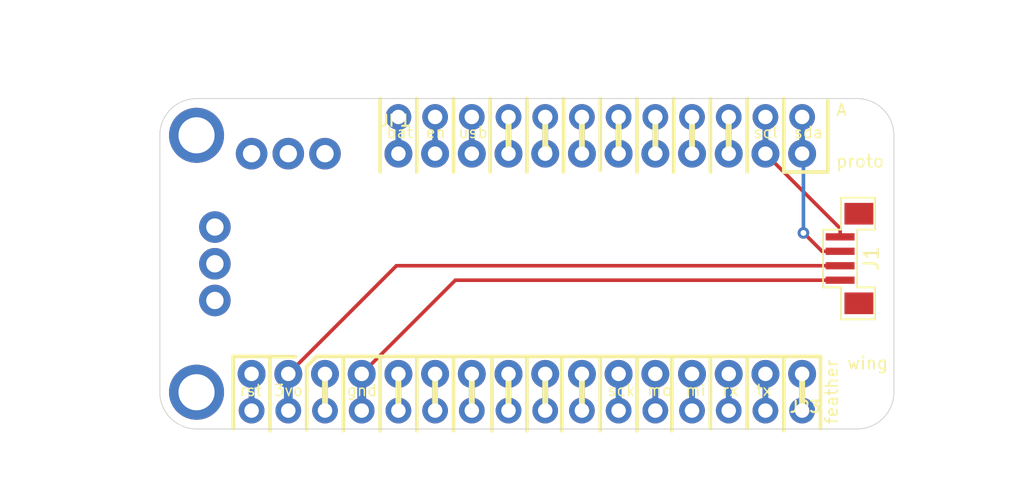
<source format=kicad_pcb>
(kicad_pcb (version 20171130) (host pcbnew "(5.1.7)-1")

  (general
    (thickness 1.6)
    (drawings 123)
    (tracks 46)
    (zones 0)
    (modules 4)
    (nets 34)
  )

  (page A4)
  (layers
    (0 Top signal)
    (31 Bottom signal)
    (32 B.Adhes user)
    (33 F.Adhes user)
    (34 B.Paste user)
    (35 F.Paste user)
    (36 B.SilkS user)
    (37 F.SilkS user)
    (38 B.Mask user)
    (39 F.Mask user)
    (40 Dwgs.User user)
    (41 Cmts.User user)
    (42 Eco1.User user)
    (43 Eco2.User user)
    (44 Edge.Cuts user)
    (45 Margin user)
    (46 B.CrtYd user)
    (47 F.CrtYd user)
    (48 B.Fab user)
    (49 F.Fab user)
  )

  (setup
    (last_trace_width 0.25)
    (trace_clearance 0.2)
    (zone_clearance 0.508)
    (zone_45_only no)
    (trace_min 0.2)
    (via_size 0.8)
    (via_drill 0.4)
    (via_min_size 0.4)
    (via_min_drill 0.3)
    (uvia_size 0.3)
    (uvia_drill 0.1)
    (uvias_allowed no)
    (uvia_min_size 0.2)
    (uvia_min_drill 0.1)
    (edge_width 0.05)
    (segment_width 0.2)
    (pcb_text_width 0.3)
    (pcb_text_size 1.5 1.5)
    (mod_edge_width 0.12)
    (mod_text_size 1 1)
    (mod_text_width 0.15)
    (pad_size 1.9304 1.9304)
    (pad_drill 1)
    (pad_to_mask_clearance 0)
    (aux_axis_origin 0 0)
    (visible_elements 7FFFFFFF)
    (pcbplotparams
      (layerselection 0x010fc_ffffffff)
      (usegerberextensions false)
      (usegerberattributes true)
      (usegerberadvancedattributes true)
      (creategerberjobfile true)
      (excludeedgelayer true)
      (linewidth 0.100000)
      (plotframeref false)
      (viasonmask false)
      (mode 1)
      (useauxorigin false)
      (hpglpennumber 1)
      (hpglpenspeed 20)
      (hpglpendiameter 15.000000)
      (psnegative false)
      (psa4output false)
      (plotreference true)
      (plotvalue true)
      (plotinvisibletext false)
      (padsonsilk false)
      (subtractmaskfromsilk false)
      (outputformat 1)
      (mirror false)
      (drillshape 1)
      (scaleselection 1)
      (outputdirectory ""))
  )

  (net 0 "")
  (net 1 N$31)
  (net 2 N$32)
  (net 3 N$38)
  (net 4 N$41)
  (net 5 N$44)
  (net 6 "Net-(JP3-Pad16)")
  (net 7 "Net-(JP3-Pad14)")
  (net 8 "Net-(JP3-Pad1)")
  (net 9 "Net-(JP3-Pad2)")
  (net 10 "Net-(JP3-Pad3)")
  (net 11 "Net-(JP3-Pad4)")
  (net 12 "Net-(JP3-Pad5)")
  (net 13 "Net-(JP3-Pad6)")
  (net 14 "Net-(JP3-Pad7)")
  (net 15 "Net-(JP3-Pad8)")
  (net 16 "Net-(JP3-Pad9)")
  (net 17 "Net-(JP3-Pad10)")
  (net 18 "Net-(JP3-Pad11)")
  (net 19 "Net-(JP3-Pad12)")
  (net 20 "Net-(JP1-Pad10)")
  (net 21 "Net-(JP1-Pad9)")
  (net 22 "Net-(JP1-Pad8)")
  (net 23 "Net-(JP1-Pad7)")
  (net 24 "Net-(JP1-Pad6)")
  (net 25 "Net-(JP1-Pad5)")
  (net 26 "Net-(JP1-Pad4)")
  (net 27 "Net-(JP1-Pad3)")
  (net 28 "Net-(JP1-Pad2)")
  (net 29 "Net-(JP1-Pad1)")
  (net 30 "Net-(J1-Pad4)")
  (net 31 "Net-(J1-Pad3)")
  (net 32 "Net-(J1-Pad2)")
  (net 33 "Net-(J1-Pad1)")

  (net_class Default "This is the default net class."
    (clearance 0.2)
    (trace_width 0.25)
    (via_dia 0.8)
    (via_drill 0.4)
    (uvia_dia 0.3)
    (uvia_drill 0.1)
    (add_net N$31)
    (add_net N$32)
    (add_net N$38)
    (add_net N$41)
    (add_net N$44)
    (add_net "Net-(J1-Pad1)")
    (add_net "Net-(J1-Pad2)")
    (add_net "Net-(J1-Pad3)")
    (add_net "Net-(J1-Pad4)")
    (add_net "Net-(JP1-Pad1)")
    (add_net "Net-(JP1-Pad10)")
    (add_net "Net-(JP1-Pad2)")
    (add_net "Net-(JP1-Pad3)")
    (add_net "Net-(JP1-Pad4)")
    (add_net "Net-(JP1-Pad5)")
    (add_net "Net-(JP1-Pad6)")
    (add_net "Net-(JP1-Pad7)")
    (add_net "Net-(JP1-Pad8)")
    (add_net "Net-(JP1-Pad9)")
    (add_net "Net-(JP3-Pad1)")
    (add_net "Net-(JP3-Pad10)")
    (add_net "Net-(JP3-Pad11)")
    (add_net "Net-(JP3-Pad12)")
    (add_net "Net-(JP3-Pad14)")
    (add_net "Net-(JP3-Pad16)")
    (add_net "Net-(JP3-Pad2)")
    (add_net "Net-(JP3-Pad3)")
    (add_net "Net-(JP3-Pad4)")
    (add_net "Net-(JP3-Pad5)")
    (add_net "Net-(JP3-Pad6)")
    (add_net "Net-(JP3-Pad7)")
    (add_net "Net-(JP3-Pad8)")
    (add_net "Net-(JP3-Pad9)")
  )

  (module physbryk_pcb:jst-sh4 (layer Top) (tedit 0) (tstamp 5F9AA0C8)
    (at 170.18 104.64 90)
    (path /5F9ACB91)
    (attr smd)
    (fp_text reference J1 (at 0 2.15 90) (layer F.SilkS)
      (effects (font (size 1 1) (thickness 0.15)))
    )
    (fp_text value JST_01x04 (at 0 3.3 90) (layer F.Fab)
      (effects (font (size 1 1) (thickness 0.15)))
    )
    (fp_line (start -2 -1.18) (end 2 -1.18) (layer F.SilkS) (width 0.12))
    (fp_line (start -2 1.18) (end 2 1.18) (layer F.SilkS) (width 0.12))
    (fp_line (start -2 1.18) (end -2 2.42) (layer F.SilkS) (width 0.12))
    (fp_line (start 2 1.18) (end 2 2.42) (layer F.SilkS) (width 0.12))
    (fp_line (start -2 2.42) (end -4.21 2.42) (layer F.SilkS) (width 0.12))
    (fp_line (start 2 2.42) (end 4.21 2.42) (layer F.SilkS) (width 0.12))
    (fp_line (start -4.21 2.42) (end -4.21 0.06) (layer F.SilkS) (width 0.12))
    (fp_line (start 4.21 2.42) (end 4.21 0.06) (layer F.SilkS) (width 0.12))
    (fp_line (start -4.21 0.06) (end -2 0.06) (layer F.SilkS) (width 0.12))
    (fp_line (start 4.21 0.06) (end 2 0.06) (layer F.SilkS) (width 0.12))
    (fp_line (start -2 0.06) (end -2 -1.18) (layer F.SilkS) (width 0.12))
    (fp_line (start 2 0.06) (end 2 -1.18) (layer F.SilkS) (width 0.12))
    (fp_line (start -4.45 -1.4) (end 4.45 -1.4) (layer F.CrtYd) (width 0.05))
    (fp_line (start 4.45 -1.4) (end 4.45 2.65) (layer F.CrtYd) (width 0.05))
    (fp_line (start -4.45 2.65) (end 4.45 2.65) (layer F.CrtYd) (width 0.05))
    (fp_line (start -4.45 -1.4) (end -4.45 2.65) (layer F.CrtYd) (width 0.05))
    (pad 0 smd rect (at 3.1 1.3 90) (size 1.5 2) (layers Top F.Paste F.Mask))
    (pad 0 smd rect (at -3.1 1.3 90) (size 1.5 2) (layers Top F.Paste F.Mask))
    (pad 4 smd rect (at 1.5 0 90) (size 0.5 2) (layers Top F.Paste F.Mask)
      (net 30 "Net-(J1-Pad4)"))
    (pad 3 smd rect (at 0.5 0 90) (size 0.5 2) (layers Top F.Paste F.Mask)
      (net 31 "Net-(J1-Pad3)"))
    (pad 2 smd rect (at -0.5 0 90) (size 0.5 2) (layers Top F.Paste F.Mask)
      (net 32 "Net-(J1-Pad2)"))
    (pad 1 smd rect (at -1.5 0 90) (size 0.5 2) (layers Top F.Paste F.Mask)
      (net 33 "Net-(J1-Pad1)"))
  )

  (module "Proto FeatherWing:FEATHERWING" (layer Top) (tedit 0) (tstamp 5F9A8766)
    (at 123.1011 116.4336)
    (path /7ABB1F02)
    (fp_text reference MS1 (at 0 0) (layer F.SilkS) hide
      (effects (font (size 1.27 1.27) (thickness 0.15)))
    )
    (fp_text value FEATHERWING (at 0 0) (layer F.SilkS) hide
      (effects (font (size 1.27 1.27) (thickness 0.15)))
    )
    (fp_line (start 2.54 0) (end 48.26 0) (layer Edge.Cuts) (width 0.05))
    (fp_line (start 50.8 -2.54) (end 50.8 -20.32) (layer Edge.Cuts) (width 0.05))
    (fp_line (start 48.26 -22.86) (end 2.54 -22.86) (layer Edge.Cuts) (width 0.05))
    (fp_line (start 0 -20.32) (end 0 -2.54) (layer Edge.Cuts) (width 0.05))
    (fp_arc (start 2.54 -2.54) (end 0 -2.54) (angle -90) (layer Edge.Cuts) (width 0.05))
    (fp_arc (start 2.54 -20.32) (end 2.54 -22.86) (angle -90) (layer Edge.Cuts) (width 0.05))
    (fp_arc (start 48.26 -20.32) (end 50.8 -20.32) (angle -90) (layer Edge.Cuts) (width 0.05))
    (fp_arc (start 48.26 -2.54) (end 48.26 0) (angle -90) (layer Edge.Cuts) (width 0.05))
    (pad 1 thru_hole circle (at 6.35 -1.27) (size 1.778 1.778) (drill 1) (layers *.Cu *.Mask)
      (net 6 "Net-(JP3-Pad16)") (solder_mask_margin 0.0508))
    (pad 2 thru_hole circle (at 8.89 -1.27) (size 1.778 1.778) (drill 1) (layers *.Cu *.Mask)
      (net 32 "Net-(J1-Pad2)") (solder_mask_margin 0.0508))
    (pad 3 thru_hole circle (at 11.43 -1.27) (size 1.778 1.778) (drill 1) (layers *.Cu *.Mask)
      (net 7 "Net-(JP3-Pad14)") (solder_mask_margin 0.0508))
    (pad 4 thru_hole circle (at 13.97 -1.27) (size 1.778 1.778) (drill 1) (layers *.Cu *.Mask)
      (net 33 "Net-(J1-Pad1)") (solder_mask_margin 0.0508))
    (pad 16 thru_hole circle (at 44.45 -1.27) (size 1.778 1.778) (drill 1) (layers *.Cu *.Mask)
      (net 8 "Net-(JP3-Pad1)") (solder_mask_margin 0.0508))
    (pad 15 thru_hole circle (at 41.91 -1.27) (size 1.778 1.778) (drill 1) (layers *.Cu *.Mask)
      (net 9 "Net-(JP3-Pad2)") (solder_mask_margin 0.0508))
    (pad 14 thru_hole circle (at 39.37 -1.27) (size 1.778 1.778) (drill 1) (layers *.Cu *.Mask)
      (net 10 "Net-(JP3-Pad3)") (solder_mask_margin 0.0508))
    (pad 13 thru_hole circle (at 36.83 -1.27) (size 1.778 1.778) (drill 1) (layers *.Cu *.Mask)
      (net 11 "Net-(JP3-Pad4)") (solder_mask_margin 0.0508))
    (pad 12 thru_hole circle (at 34.29 -1.27) (size 1.778 1.778) (drill 1) (layers *.Cu *.Mask)
      (net 12 "Net-(JP3-Pad5)") (solder_mask_margin 0.0508))
    (pad 11 thru_hole circle (at 31.75 -1.27) (size 1.778 1.778) (drill 1) (layers *.Cu *.Mask)
      (net 13 "Net-(JP3-Pad6)") (solder_mask_margin 0.0508))
    (pad 10 thru_hole circle (at 29.21 -1.27) (size 1.778 1.778) (drill 1) (layers *.Cu *.Mask)
      (net 14 "Net-(JP3-Pad7)") (solder_mask_margin 0.0508))
    (pad 9 thru_hole circle (at 26.67 -1.27) (size 1.778 1.778) (drill 1) (layers *.Cu *.Mask)
      (net 15 "Net-(JP3-Pad8)") (solder_mask_margin 0.0508))
    (pad 8 thru_hole circle (at 24.13 -1.27) (size 1.778 1.778) (drill 1) (layers *.Cu *.Mask)
      (net 16 "Net-(JP3-Pad9)") (solder_mask_margin 0.0508))
    (pad 7 thru_hole circle (at 21.59 -1.27) (size 1.778 1.778) (drill 1) (layers *.Cu *.Mask)
      (net 17 "Net-(JP3-Pad10)") (solder_mask_margin 0.0508))
    (pad 6 thru_hole circle (at 19.05 -1.27) (size 1.778 1.778) (drill 1) (layers *.Cu *.Mask)
      (net 18 "Net-(JP3-Pad11)") (solder_mask_margin 0.0508))
    (pad 5 thru_hole circle (at 16.51 -1.27) (size 1.778 1.778) (drill 1) (layers *.Cu *.Mask)
      (net 19 "Net-(JP3-Pad12)") (solder_mask_margin 0.0508))
    (pad 17 thru_hole circle (at 44.45 -21.59) (size 1.778 1.778) (drill 1) (layers *.Cu *.Mask)
      (net 31 "Net-(J1-Pad3)") (solder_mask_margin 0.0508))
    (pad 18 thru_hole circle (at 41.91 -21.59) (size 1.778 1.778) (drill 1) (layers *.Cu *.Mask)
      (net 30 "Net-(J1-Pad4)") (solder_mask_margin 0.0508))
    (pad 19 thru_hole circle (at 39.37 -21.59) (size 1.778 1.778) (drill 1) (layers *.Cu *.Mask)
      (net 20 "Net-(JP1-Pad10)") (solder_mask_margin 0.0508))
    (pad 20 thru_hole circle (at 36.83 -21.59) (size 1.778 1.778) (drill 1) (layers *.Cu *.Mask)
      (net 21 "Net-(JP1-Pad9)") (solder_mask_margin 0.0508))
    (pad 21 thru_hole circle (at 34.29 -21.59) (size 1.778 1.778) (drill 1) (layers *.Cu *.Mask)
      (net 22 "Net-(JP1-Pad8)") (solder_mask_margin 0.0508))
    (pad 22 thru_hole circle (at 31.75 -21.59) (size 1.778 1.778) (drill 1) (layers *.Cu *.Mask)
      (net 23 "Net-(JP1-Pad7)") (solder_mask_margin 0.0508))
    (pad 23 thru_hole circle (at 29.21 -21.59) (size 1.778 1.778) (drill 1) (layers *.Cu *.Mask)
      (net 24 "Net-(JP1-Pad6)") (solder_mask_margin 0.0508))
    (pad 24 thru_hole circle (at 26.67 -21.59) (size 1.778 1.778) (drill 1) (layers *.Cu *.Mask)
      (net 25 "Net-(JP1-Pad5)") (solder_mask_margin 0.0508))
    (pad 25 thru_hole circle (at 24.13 -21.59) (size 1.778 1.778) (drill 1) (layers *.Cu *.Mask)
      (net 26 "Net-(JP1-Pad4)") (solder_mask_margin 0.0508))
    (pad 26 thru_hole circle (at 21.59 -21.59) (size 1.778 1.778) (drill 1) (layers *.Cu *.Mask)
      (net 27 "Net-(JP1-Pad3)") (solder_mask_margin 0.0508))
    (pad 27 thru_hole circle (at 19.05 -21.59) (size 1.778 1.778) (drill 1) (layers *.Cu *.Mask)
      (net 28 "Net-(JP1-Pad2)") (solder_mask_margin 0.0508))
    (pad 28 thru_hole circle (at 16.51 -21.59) (size 1.778 1.778) (drill 1) (layers *.Cu *.Mask)
      (net 29 "Net-(JP1-Pad1)") (solder_mask_margin 0.0508))
    (pad P$2 thru_hole circle (at 2.54 -2.54) (size 3.81 3.81) (drill 2.5) (layers *.Cu *.Mask)
      (solder_mask_margin 0.0508))
    (pad P$1 thru_hole circle (at 2.54 -20.32) (size 3.81 3.81) (drill 2.5) (layers *.Cu *.Mask)
      (solder_mask_margin 0.0508))
    (pad "" np_thru_hole circle (at 48.26 -2.54) (size 2.54 2.54) (drill 2.54) (layers *.Cu *.Mask))
    (pad "" np_thru_hole circle (at 48.26 -20.32) (size 2.54 2.54) (drill 2.54) (layers *.Cu *.Mask))
  )

  (module "Proto FeatherWing:1X16_ROUND_76MIL" (layer Top) (tedit 0) (tstamp 5F9A8791)
    (at 148.5011 112.6236 180)
    (path /8182258E)
    (fp_text reference JP3 (at -20.3962 -1.8288 180) (layer F.SilkS)
      (effects (font (size 0.77216 0.77216) (thickness 0.146304)) (justify right top))
    )
    (fp_text value HEADER-1X16_76MIL (at -20.32 3.175 180) (layer F.Fab)
      (effects (font (size 0.38608 0.38608) (thickness 0.04064)) (justify right top))
    )
    (fp_poly (pts (xy 16.256 0.254) (xy 16.764 0.254) (xy 16.764 -0.254) (xy 16.256 -0.254)) (layer F.Fab) (width 0))
    (fp_poly (pts (xy 13.716 0.254) (xy 14.224 0.254) (xy 14.224 -0.254) (xy 13.716 -0.254)) (layer F.Fab) (width 0))
    (fp_poly (pts (xy 11.176 0.254) (xy 11.684 0.254) (xy 11.684 -0.254) (xy 11.176 -0.254)) (layer F.Fab) (width 0))
    (fp_poly (pts (xy 8.636 0.254) (xy 9.144 0.254) (xy 9.144 -0.254) (xy 8.636 -0.254)) (layer F.Fab) (width 0))
    (fp_poly (pts (xy 6.096 0.254) (xy 6.604 0.254) (xy 6.604 -0.254) (xy 6.096 -0.254)) (layer F.Fab) (width 0))
    (fp_poly (pts (xy 3.556 0.254) (xy 4.064 0.254) (xy 4.064 -0.254) (xy 3.556 -0.254)) (layer F.Fab) (width 0))
    (fp_poly (pts (xy 1.016 0.254) (xy 1.524 0.254) (xy 1.524 -0.254) (xy 1.016 -0.254)) (layer F.Fab) (width 0))
    (fp_poly (pts (xy -1.524 0.254) (xy -1.016 0.254) (xy -1.016 -0.254) (xy -1.524 -0.254)) (layer F.Fab) (width 0))
    (fp_poly (pts (xy -4.064 0.254) (xy -3.556 0.254) (xy -3.556 -0.254) (xy -4.064 -0.254)) (layer F.Fab) (width 0))
    (fp_poly (pts (xy -6.604 0.254) (xy -6.096 0.254) (xy -6.096 -0.254) (xy -6.604 -0.254)) (layer F.Fab) (width 0))
    (fp_poly (pts (xy -9.144 0.254) (xy -8.636 0.254) (xy -8.636 -0.254) (xy -9.144 -0.254)) (layer F.Fab) (width 0))
    (fp_poly (pts (xy -11.684 0.254) (xy -11.176 0.254) (xy -11.176 -0.254) (xy -11.684 -0.254)) (layer F.Fab) (width 0))
    (fp_poly (pts (xy -14.224 0.254) (xy -13.716 0.254) (xy -13.716 -0.254) (xy -14.224 -0.254)) (layer F.Fab) (width 0))
    (fp_poly (pts (xy -16.764 0.254) (xy -16.256 0.254) (xy -16.256 -0.254) (xy -16.764 -0.254)) (layer F.Fab) (width 0))
    (fp_poly (pts (xy -19.304 0.254) (xy -18.796 0.254) (xy -18.796 -0.254) (xy -19.304 -0.254)) (layer F.Fab) (width 0))
    (fp_poly (pts (xy 18.796 0.254) (xy 19.304 0.254) (xy 19.304 -0.254) (xy 18.796 -0.254)) (layer F.Fab) (width 0))
    (pad 16 thru_hole circle (at 19.05 0 270) (size 1.9304 1.9304) (drill 1) (layers *.Cu *.Mask)
      (net 6 "Net-(JP3-Pad16)") (solder_mask_margin 0.0508))
    (pad 15 thru_hole circle (at 16.51 0 270) (size 1.9304 1.9304) (drill 1) (layers *.Cu *.Mask)
      (net 32 "Net-(J1-Pad2)") (solder_mask_margin 0.0508))
    (pad 14 thru_hole circle (at 13.97 0 270) (size 1.9304 1.9304) (drill 1) (layers *.Cu *.Mask)
      (net 7 "Net-(JP3-Pad14)") (solder_mask_margin 0.0508))
    (pad 13 thru_hole circle (at 11.43 0 270) (size 1.9304 1.9304) (drill 1) (layers *.Cu *.Mask)
      (net 33 "Net-(J1-Pad1)") (solder_mask_margin 0.0508))
    (pad 12 thru_hole circle (at 8.89 0 270) (size 1.9304 1.9304) (drill 1) (layers *.Cu *.Mask)
      (net 19 "Net-(JP3-Pad12)") (solder_mask_margin 0.0508))
    (pad 11 thru_hole circle (at 6.35 0 270) (size 1.9304 1.9304) (drill 1) (layers *.Cu *.Mask)
      (net 18 "Net-(JP3-Pad11)") (solder_mask_margin 0.0508))
    (pad 10 thru_hole circle (at 3.81 0 270) (size 1.9304 1.9304) (drill 1) (layers *.Cu *.Mask)
      (net 17 "Net-(JP3-Pad10)") (solder_mask_margin 0.0508))
    (pad 9 thru_hole circle (at 1.27 0 270) (size 1.9304 1.9304) (drill 1) (layers *.Cu *.Mask)
      (net 16 "Net-(JP3-Pad9)") (solder_mask_margin 0.0508))
    (pad 8 thru_hole circle (at -1.27 0 270) (size 1.9304 1.9304) (drill 1) (layers *.Cu *.Mask)
      (net 15 "Net-(JP3-Pad8)") (solder_mask_margin 0.0508))
    (pad 7 thru_hole circle (at -3.81 0 270) (size 1.9304 1.9304) (drill 1) (layers *.Cu *.Mask)
      (net 14 "Net-(JP3-Pad7)") (solder_mask_margin 0.0508))
    (pad 6 thru_hole circle (at -6.35 0 270) (size 1.9304 1.9304) (drill 1) (layers *.Cu *.Mask)
      (net 13 "Net-(JP3-Pad6)") (solder_mask_margin 0.0508))
    (pad 5 thru_hole circle (at -8.89 0 270) (size 1.9304 1.9304) (drill 1) (layers *.Cu *.Mask)
      (net 12 "Net-(JP3-Pad5)") (solder_mask_margin 0.0508))
    (pad 4 thru_hole circle (at -11.43 0 270) (size 1.9304 1.9304) (drill 1) (layers *.Cu *.Mask)
      (net 11 "Net-(JP3-Pad4)") (solder_mask_margin 0.0508))
    (pad 3 thru_hole circle (at -13.97 0 270) (size 1.9304 1.9304) (drill 1) (layers *.Cu *.Mask)
      (net 10 "Net-(JP3-Pad3)") (solder_mask_margin 0.0508))
    (pad 2 thru_hole circle (at -16.51 0 270) (size 1.9304 1.9304) (drill 1) (layers *.Cu *.Mask)
      (net 9 "Net-(JP3-Pad2)") (solder_mask_margin 0.0508))
    (pad 1 thru_hole circle (at -19.05 0 270) (size 1.9304 1.9304) (drill 1) (layers *.Cu *.Mask)
      (net 8 "Net-(JP3-Pad1)") (solder_mask_margin 0.0508))
  )

  (module "Proto FeatherWing:1X12_ROUND_76MIL" (layer Top) (tedit 5F9AA1BE) (tstamp 5F9A87B4)
    (at 153.5811 97.3836)
    (path /0B60073D)
    (fp_text reference JP1 (at -15.3162 -1.8288) (layer F.SilkS)
      (effects (font (size 0.77216 0.77216) (thickness 0.146304)) (justify left bottom))
    )
    (fp_text value HEADER-1X1276MIL (at -15.24 3.175) (layer F.Fab)
      (effects (font (size 0.38608 0.38608) (thickness 0.04064)) (justify left bottom))
    )
    (fp_line (start -15.24 -0.635) (end -15.24 0.635) (layer F.Fab) (width 0.2032))
    (fp_poly (pts (xy 6.096 0.254) (xy 6.604 0.254) (xy 6.604 -0.254) (xy 6.096 -0.254)) (layer F.Fab) (width 0))
    (fp_poly (pts (xy 3.556 0.254) (xy 4.064 0.254) (xy 4.064 -0.254) (xy 3.556 -0.254)) (layer F.Fab) (width 0))
    (fp_poly (pts (xy 1.016 0.254) (xy 1.524 0.254) (xy 1.524 -0.254) (xy 1.016 -0.254)) (layer F.Fab) (width 0))
    (fp_poly (pts (xy -1.524 0.254) (xy -1.016 0.254) (xy -1.016 -0.254) (xy -1.524 -0.254)) (layer F.Fab) (width 0))
    (fp_poly (pts (xy -4.064 0.254) (xy -3.556 0.254) (xy -3.556 -0.254) (xy -4.064 -0.254)) (layer F.Fab) (width 0))
    (fp_poly (pts (xy -6.604 0.254) (xy -6.096 0.254) (xy -6.096 -0.254) (xy -6.604 -0.254)) (layer F.Fab) (width 0))
    (fp_poly (pts (xy -9.144 0.254) (xy -8.636 0.254) (xy -8.636 -0.254) (xy -9.144 -0.254)) (layer F.Fab) (width 0))
    (fp_poly (pts (xy -11.684 0.254) (xy -11.176 0.254) (xy -11.176 -0.254) (xy -11.684 -0.254)) (layer F.Fab) (width 0))
    (fp_poly (pts (xy -14.224 0.254) (xy -13.716 0.254) (xy -13.716 -0.254) (xy -14.224 -0.254)) (layer F.Fab) (width 0))
    (fp_poly (pts (xy 8.636 0.254) (xy 9.144 0.254) (xy 9.144 -0.254) (xy 8.636 -0.254)) (layer F.Fab) (width 0))
    (fp_poly (pts (xy 11.176 0.254) (xy 11.684 0.254) (xy 11.684 -0.254) (xy 11.176 -0.254)) (layer F.Fab) (width 0))
    (fp_poly (pts (xy 13.716 0.254) (xy 14.224 0.254) (xy 14.224 -0.254) (xy 13.716 -0.254)) (layer F.Fab) (width 0))
    (pad 12 thru_hole circle (at 13.97 0 90) (size 1.9304 1.9304) (drill 1) (layers *.Cu *.Mask)
      (net 31 "Net-(J1-Pad3)") (solder_mask_margin 0.0508))
    (pad 11 thru_hole circle (at 11.43 0 90) (size 1.9304 1.9304) (drill 1) (layers *.Cu *.Mask)
      (net 30 "Net-(J1-Pad4)") (solder_mask_margin 0.0508))
    (pad 10 thru_hole circle (at 8.89 0 90) (size 1.9304 1.9304) (drill 1) (layers *.Cu *.Mask)
      (net 20 "Net-(JP1-Pad10)") (solder_mask_margin 0.0508))
    (pad 9 thru_hole circle (at 6.35 0 90) (size 1.9304 1.9304) (drill 1) (layers *.Cu *.Mask)
      (net 21 "Net-(JP1-Pad9)") (solder_mask_margin 0.0508))
    (pad 8 thru_hole circle (at 3.81 0 90) (size 1.9304 1.9304) (drill 1) (layers *.Cu *.Mask)
      (net 22 "Net-(JP1-Pad8)") (solder_mask_margin 0.0508))
    (pad 7 thru_hole circle (at 1.27 0 90) (size 1.9304 1.9304) (drill 1) (layers *.Cu *.Mask)
      (net 23 "Net-(JP1-Pad7)") (solder_mask_margin 0.0508))
    (pad 6 thru_hole circle (at -1.27 0 90) (size 1.9304 1.9304) (drill 1) (layers *.Cu *.Mask)
      (net 24 "Net-(JP1-Pad6)") (solder_mask_margin 0.0508))
    (pad 5 thru_hole circle (at -3.81 0 90) (size 1.9304 1.9304) (drill 1) (layers *.Cu *.Mask)
      (net 25 "Net-(JP1-Pad5)") (solder_mask_margin 0.0508))
    (pad 4 thru_hole circle (at -6.35 0 90) (size 1.9304 1.9304) (drill 1) (layers *.Cu *.Mask)
      (net 26 "Net-(JP1-Pad4)") (solder_mask_margin 0.0508))
    (pad 3 thru_hole circle (at -8.89 0 90) (size 1.9304 1.9304) (drill 1) (layers *.Cu *.Mask)
      (net 27 "Net-(JP1-Pad3)") (solder_mask_margin 0.0508))
    (pad 2 thru_hole circle (at -11.43 0 90) (size 1.9304 1.9304) (drill 1) (layers *.Cu *.Mask)
      (net 28 "Net-(JP1-Pad2)") (solder_mask_margin 0.0508))
    (pad 1 thru_hole circle (at -13.97 0 90) (size 1.9304 1.9304) (drill 1) (layers *.Cu *.Mask)
      (net 29 "Net-(JP1-Pad1)") (solder_mask_margin 0.0508))
  )

  (gr_text rst (at 128.5621 114.2238) (layer F.SilkS) (tstamp 20431F90)
    (effects (font (size 0.77216 0.77216) (thickness 0.097536)) (justify left bottom))
  )
  (gr_text 3vo (at 130.9243 114.2238) (layer F.SilkS) (tstamp 20431810)
    (effects (font (size 0.77216 0.77216) (thickness 0.097536)) (justify left bottom))
  )
  (gr_text gnd (at 135.9789 114.2238) (layer F.SilkS) (tstamp 20430D70)
    (effects (font (size 0.77216 0.77216) (thickness 0.097536)) (justify left bottom))
  )
  (gr_text en (at 141.4526 96.3676) (layer F.SilkS) (tstamp 20431E50)
    (effects (font (size 0.77216 0.77216) (thickness 0.097536)) (justify left bottom))
  )
  (gr_text bat (at 138.7221 96.3676) (layer F.SilkS) (tstamp 204327B0)
    (effects (font (size 0.77216 0.77216) (thickness 0.097536)) (justify left bottom))
  )
  (gr_text usb (at 143.7005 96.3676) (layer F.SilkS) (tstamp 20432350)
    (effects (font (size 0.77216 0.77216) (thickness 0.097536)) (justify left bottom))
  )
  (gr_text sda (at 166.9161 96.3676) (layer F.SilkS) (tstamp 20432670)
    (effects (font (size 0.77216 0.77216) (thickness 0.097536)) (justify left bottom))
  )
  (gr_text scl (at 164.1221 96.3676) (layer F.SilkS) (tstamp 20431630)
    (effects (font (size 0.77216 0.77216) (thickness 0.097536)) (justify left bottom))
  )
  (gr_text tx (at 164.3126 114.2111) (layer F.SilkS) (tstamp 20430CD0)
    (effects (font (size 0.77216 0.77216) (thickness 0.097536)) (justify left bottom))
  )
  (gr_text rx (at 161.9631 114.2111) (layer F.SilkS) (tstamp 20431BD0)
    (effects (font (size 0.77216 0.77216) (thickness 0.097536)) (justify left bottom))
  )
  (gr_text mi (at 159.4231 114.2111) (layer F.SilkS) (tstamp 20430AF0)
    (effects (font (size 0.77216 0.77216) (thickness 0.097536)) (justify left bottom))
  )
  (gr_text mo (at 156.7561 114.2111) (layer F.SilkS) (tstamp 20430E10)
    (effects (font (size 0.77216 0.77216) (thickness 0.097536)) (justify left bottom))
  )
  (gr_text sck (at 154.0129 114.2238) (layer F.SilkS) (tstamp 204319F0)
    (effects (font (size 0.77216 0.77216) (thickness 0.097536)) (justify left bottom))
  )
  (gr_line (start 125.6411 93.5736) (end 171.3611 93.5736) (layer Edge.Cuts) (width 0.05) (tstamp 20431A90))
  (gr_arc (start 171.3611 96.1136) (end 171.3611 93.5736) (angle 90) (layer Edge.Cuts) (width 0.05) (tstamp 20431B30))
  (gr_line (start 173.9011 96.1136) (end 173.9011 113.8936) (layer Edge.Cuts) (width 0.05) (tstamp 20431C70))
  (gr_arc (start 171.3611 113.8936) (end 173.9011 113.8936) (angle 90) (layer Edge.Cuts) (width 0.05) (tstamp 20431D10))
  (gr_line (start 171.3611 116.4336) (end 125.6411 116.4336) (layer Edge.Cuts) (width 0.05) (tstamp 204323F0))
  (gr_arc (start 125.6411 113.8936) (end 125.6411 116.4336) (angle 90) (layer Edge.Cuts) (width 0.05) (tstamp 20431DB0))
  (gr_line (start 123.1011 113.8936) (end 123.1011 96.1136) (layer Edge.Cuts) (width 0.05) (tstamp 20432030))
  (gr_arc (start 125.6411 96.1136) (end 123.1011 96.1136) (angle 90) (layer Edge.Cuts) (width 0.05) (tstamp 20432210))
  (gr_line (start 166.2811 98.6536) (end 169.3291 98.6536) (layer F.SilkS) (width 0.254) (tstamp 206151B0))
  (gr_line (start 169.3291 98.6536) (end 169.3291 93.7006) (layer F.SilkS) (width 0.254) (tstamp 20615570))
  (gr_line (start 140.8811 93.5736) (end 140.8811 98.6536) (layer F.SilkS) (width 0.254) (tstamp 20614D50))
  (gr_line (start 143.4211 93.5736) (end 143.4211 98.6536) (layer F.SilkS) (width 0.254) (tstamp 20615250))
  (gr_line (start 145.9611 98.6536) (end 145.9611 93.5736) (layer F.SilkS) (width 0.254) (tstamp 206156B0))
  (gr_line (start 148.5011 98.6536) (end 148.5011 93.5736) (layer F.SilkS) (width 0.254) (tstamp 20615D90))
  (gr_line (start 151.0411 93.5736) (end 151.0411 98.6536) (layer F.SilkS) (width 0.254) (tstamp 20614DF0))
  (gr_line (start 153.5811 98.5266) (end 153.5811 93.5736) (layer F.SilkS) (width 0.254) (tstamp 206147B0))
  (gr_line (start 156.1211 93.5736) (end 156.1211 98.6536) (layer F.SilkS) (width 0.254) (tstamp 20614AD0))
  (gr_line (start 158.6611 93.5736) (end 158.6611 98.6536) (layer F.SilkS) (width 0.254) (tstamp 20615750))
  (gr_line (start 161.2011 93.5736) (end 161.2011 98.6536) (layer F.SilkS) (width 0.254) (tstamp 20615F70))
  (gr_line (start 163.7411 93.5736) (end 163.7411 98.6536) (layer F.SilkS) (width 0.254) (tstamp 20615B10))
  (gr_line (start 166.2811 93.5736) (end 166.2811 98.6536) (layer F.SilkS) (width 0.254) (tstamp 206161F0))
  (gr_line (start 158.5341 111.4171) (end 156.1211 111.4171) (layer F.SilkS) (width 0.254) (tstamp 20614990))
  (gr_line (start 156.1211 111.4171) (end 153.5811 111.4171) (layer F.SilkS) (width 0.254) (tstamp 20614B70))
  (gr_line (start 153.5811 111.4171) (end 150.9141 111.4171) (layer F.SilkS) (width 0.254) (tstamp 20614A30))
  (gr_line (start 150.9141 111.4171) (end 148.5011 111.4171) (layer F.SilkS) (width 0.254) (tstamp 20614530))
  (gr_line (start 148.5011 111.4171) (end 146.0881 111.4171) (layer F.SilkS) (width 0.254) (tstamp 20615070))
  (gr_line (start 146.0881 111.4171) (end 140.8811 111.4171) (layer F.SilkS) (width 0.254) (tstamp 206152F0))
  (gr_line (start 140.8811 111.4171) (end 138.3411 111.4171) (layer F.SilkS) (width 0.254) (tstamp 20614850))
  (gr_line (start 138.3411 111.4171) (end 135.8011 111.4171) (layer F.SilkS) (width 0.254) (tstamp 20615CF0))
  (gr_line (start 130.7211 111.4171) (end 128.1811 111.4171) (layer F.SilkS) (width 0.254) (tstamp 20614C10))
  (gr_line (start 128.1811 111.4171) (end 128.1811 116.4336) (layer F.SilkS) (width 0.254) (tstamp 20615E30))
  (gr_line (start 158.5341 111.4171) (end 158.5341 116.5606) (layer F.SilkS) (width 0.254) (tstamp 20614CB0))
  (gr_line (start 156.1211 116.5606) (end 156.1211 111.4171) (layer F.SilkS) (width 0.254) (tstamp 20614E90))
  (gr_line (start 153.5811 116.5606) (end 153.5811 111.4171) (layer F.SilkS) (width 0.254) (tstamp 20614F30))
  (gr_line (start 150.9141 111.4171) (end 150.9141 116.5606) (layer F.SilkS) (width 0.254) (tstamp 206145D0))
  (gr_line (start 148.5011 111.4171) (end 148.5011 116.5606) (layer F.SilkS) (width 0.254) (tstamp 20614FD0))
  (gr_line (start 146.0881 116.5606) (end 146.0881 111.4171) (layer F.SilkS) (width 0.254) (tstamp 206160B0))
  (gr_line (start 143.4211 111.5441) (end 143.4211 116.5606) (layer F.SilkS) (width 0.254) (tstamp 20615390))
  (gr_line (start 140.8811 116.5606) (end 140.8811 111.4171) (layer F.SilkS) (width 0.254) (tstamp 20616010))
  (gr_line (start 138.3411 116.5606) (end 138.3411 111.4171) (layer F.SilkS) (width 0.254) (tstamp 20615930))
  (gr_line (start 135.8011 116.5606) (end 135.8011 111.4171) (layer F.SilkS) (width 0.254) (tstamp 206159D0))
  (gr_line (start 130.7211 116.5606) (end 130.7211 111.4171) (layer F.SilkS) (width 0.254) (tstamp 20616150))
  (gr_line (start 158.5341 111.4171) (end 161.2011 111.4171) (layer F.SilkS) (width 0.254) (tstamp 20615430))
  (gr_line (start 161.2011 111.4171) (end 163.7411 111.4171) (layer F.SilkS) (width 0.254) (tstamp 206154D0))
  (gr_line (start 163.7411 111.4171) (end 166.2811 111.4171) (layer F.SilkS) (width 0.254) (tstamp 20614350))
  (gr_line (start 166.2811 111.4171) (end 168.8211 111.4171) (layer F.SilkS) (width 0.254) (tstamp 20615BB0))
  (gr_line (start 168.8211 111.4171) (end 168.8211 116.4336) (layer F.SilkS) (width 0.254) (tstamp 20615ED0))
  (gr_line (start 161.2011 111.4171) (end 161.2011 116.4336) (layer F.SilkS) (width 0.254) (tstamp 206143F0))
  (gr_line (start 163.7411 111.4171) (end 163.7411 116.4336) (layer F.SilkS) (width 0.254) (tstamp 206148F0))
  (gr_line (start 166.2811 111.4171) (end 166.2811 116.5606) (layer F.SilkS) (width 0.254) (tstamp 20614490))
  (gr_line (start 138.3411 98.6536) (end 138.3411 93.5736) (layer F.SilkS) (width 0.254) (tstamp CDFD280))
  (gr_line (start 129.4511 115.1636) (end 129.4511 112.6236) (layer B.Mask) (width 0.6096) (tstamp CDFBC00))
  (gr_line (start 131.9911 115.1636) (end 131.9911 112.6236) (layer B.Mask) (width 0.6096) (tstamp CDFBF20))
  (gr_line (start 134.5311 112.6236) (end 134.5311 115.1636) (layer B.Mask) (width 0.6096) (tstamp CDFDE60))
  (gr_line (start 137.0711 115.4176) (end 137.0711 112.6236) (layer B.Mask) (width 0.6096) (tstamp CDFCCE0))
  (gr_line (start 139.6111 112.6236) (end 139.6111 115.1636) (layer B.Mask) (width 0.6096) (tstamp CDFD320))
  (gr_line (start 142.1511 112.6236) (end 142.1511 115.1636) (layer B.Mask) (width 0.6096) (tstamp CDFD8C0))
  (gr_line (start 144.6911 115.1636) (end 144.6911 112.6236) (layer B.Mask) (width 0.6096) (tstamp CDFC6A0))
  (gr_line (start 147.2311 112.6236) (end 147.2311 115.1636) (layer B.Mask) (width 0.6096) (tstamp CDFD960))
  (gr_line (start 149.7711 112.6236) (end 149.7711 115.1636) (layer B.Mask) (width 0.6096) (tstamp CDFD0A0))
  (gr_line (start 152.3111 112.3696) (end 152.3111 115.1636) (layer B.Mask) (width 0.6096) (tstamp CDFDB40))
  (gr_line (start 154.8511 112.6236) (end 154.8511 115.1636) (layer B.Mask) (width 0.6096) (tstamp CDFD3C0))
  (gr_line (start 162.4711 112.6236) (end 162.4711 115.1636) (layer B.Mask) (width 0.6096) (tstamp CDFC2E0))
  (gr_line (start 165.0111 115.1636) (end 165.0111 112.6236) (layer B.Mask) (width 0.6096) (tstamp CDFD780))
  (gr_line (start 167.5511 112.6236) (end 167.5511 115.1636) (layer B.Mask) (width 0.6096) (tstamp CDFCC40))
  (gr_line (start 159.9311 115.1636) (end 159.9311 112.6236) (layer B.Mask) (width 0.6096) (tstamp CDFC420))
  (gr_line (start 157.3911 112.6236) (end 157.3911 115.1636) (layer B.Mask) (width 0.6096) (tstamp CDFD6E0))
  (gr_line (start 167.5511 97.3836) (end 167.5511 94.8436) (layer B.Mask) (width 0.6096) (tstamp CDFDA00))
  (gr_line (start 165.0111 94.8436) (end 165.0111 97.1296) (layer B.Mask) (width 0.6096) (tstamp CDFD820))
  (gr_line (start 162.4711 97.3836) (end 162.4711 94.5896) (layer B.Mask) (width 0.6096) (tstamp CDFC1A0))
  (gr_line (start 159.9311 94.8436) (end 159.9311 97.3836) (layer B.Mask) (width 0.6096) (tstamp CDFBFC0))
  (gr_line (start 157.3911 97.6376) (end 157.3911 94.5896) (layer B.Mask) (width 0.6096) (tstamp CDFD460))
  (gr_line (start 154.8511 97.3836) (end 154.8511 94.8436) (layer B.Mask) (width 0.6096) (tstamp CDFD1E0))
  (gr_line (start 152.3111 94.5896) (end 152.3111 97.3836) (layer B.Mask) (width 0.6096) (tstamp CDFBE80))
  (gr_line (start 149.7711 94.5896) (end 149.7711 97.3836) (layer B.Mask) (width 0.6096) (tstamp CDFCD80))
  (gr_line (start 147.2311 97.3836) (end 147.2311 94.5896) (layer B.Mask) (width 0.6096) (tstamp CDFC920))
  (gr_line (start 144.6911 94.5896) (end 144.6911 97.3836) (layer B.Mask) (width 0.6096) (tstamp CDFDF00))
  (gr_line (start 142.1511 97.6376) (end 142.1511 94.5896) (layer B.Mask) (width 0.6096) (tstamp CDFDAA0))
  (gr_line (start 139.6111 94.5896) (end 139.6111 97.3836) (layer B.Mask) (width 0.6096) (tstamp CDFD500))
  (gr_line (start 130.6957 111.4298) (end 132.4737 111.4298) (layer F.SilkS) (width 0.254) (tstamp CDFD140))
  (gr_line (start 135.8011 111.4171) (end 133.9596 111.4171) (layer F.SilkS) (width 0.254) (tstamp CDFDD20))
  (gr_line (start 133.9596 111.4171) (end 133.2611 112.1156) (layer F.SilkS) (width 0.254) (tstamp CDFBAC0))
  (gr_line (start 133.2611 112.1156) (end 133.2611 116.4971) (layer F.SilkS) (width 0.254) (tstamp CDFDBE0))
  (gr_text feather (at 170.0911 116.1796 90) (layer F.SilkS) (tstamp CDFC740)
    (effects (font (size 0.84455 0.84455) (thickness 0.11557)) (justify left bottom))
  )
  (gr_text proto (at 169.8371 98.3996) (layer F.SilkS) (tstamp CDFC7E0)
    (effects (font (size 0.84455 0.84455) (thickness 0.11557)) (justify left bottom))
  )
  (gr_text wing (at 170.5991 112.3696) (layer F.SilkS) (tstamp CDFC9C0)
    (effects (font (size 0.84455 0.84455) (thickness 0.11557)) (justify left bottom))
  )
  (gr_text A (at 169.8371 94.8436) (layer F.SilkS) (tstamp CDFD640)
    (effects (font (size 0.84455 0.84455) (thickness 0.11557)) (justify left bottom))
  )
  (gr_line (start 147.2311 95.0976) (end 147.2311 97.1296) (layer F.SilkS) (width 0.4064) (tstamp CDFC880))
  (gr_line (start 150.0251 97.1296) (end 149.7711 96.8756) (layer F.SilkS) (width 0.4064) (tstamp CDFCA60))
  (gr_line (start 149.7711 96.8756) (end 149.7711 95.0976) (layer F.SilkS) (width 0.4064) (tstamp CDFBD40))
  (gr_line (start 152.3111 95.0976) (end 152.3111 97.1296) (layer F.SilkS) (width 0.4064) (tstamp CDFE0E0))
  (gr_line (start 154.8511 97.1296) (end 154.8511 95.0976) (layer F.SilkS) (width 0.4064) (tstamp CDFE180))
  (gr_line (start 157.3911 94.8436) (end 157.3911 97.1296) (layer F.SilkS) (width 0.4064) (tstamp CDFBDE0))
  (gr_line (start 159.9311 97.3836) (end 159.9311 95.0976) (layer F.SilkS) (width 0.4064) (tstamp CDFCBA0))
  (gr_line (start 162.4711 94.8436) (end 162.4711 97.1296) (layer F.SilkS) (width 0.4064) (tstamp CDFC100))
  (gr_line (start 139.6111 114.9096) (end 139.6111 112.8776) (layer F.SilkS) (width 0.4064) (tstamp CDFC240))
  (gr_line (start 142.1511 112.8776) (end 142.1511 114.9096) (layer F.SilkS) (width 0.4064) (tstamp CDFC560))
  (gr_line (start 144.6911 114.9096) (end 144.6911 113.1316) (layer F.SilkS) (width 0.4064) (tstamp CDFCB00))
  (gr_line (start 147.2311 115.1636) (end 147.2311 112.8776) (layer F.SilkS) (width 0.4064) (tstamp CDFCE20))
  (gr_line (start 149.7711 112.6236) (end 149.7711 114.9096) (layer F.SilkS) (width 0.4064) (tstamp CDFCEC0))
  (gr_line (start 152.3111 112.6236) (end 152.3111 114.9096) (layer F.SilkS) (width 0.4064) (tstamp CDFCF60))
  (gr_line (start 134.5311 112.6236) (end 134.5311 114.9096) (layer F.SilkS) (width 0.4064) (tstamp CDFE900))
  (gr_line (start 167.5511 114.9096) (end 167.5511 112.6236) (layer F.SilkS) (width 0.4064) (tstamp CDFEA40))
  (dimension 50.8 (width 0.1) (layer Dwgs.User)
    (gr_text "50.800 mm" (at 148.5011 87.4976) (layer Dwgs.User)
      (effects (font (size 1 1) (thickness 0.15)))
    )
    (feature1 (pts (xy 173.9011 100.6856) (xy 173.9011 88.161179)))
    (feature2 (pts (xy 123.1011 100.6856) (xy 123.1011 88.161179)))
    (crossbar (pts (xy 123.1011 88.7476) (xy 173.9011 88.7476)))
    (arrow1a (pts (xy 173.9011 88.7476) (xy 172.774596 89.334021)))
    (arrow1b (pts (xy 173.9011 88.7476) (xy 172.774596 88.161179)))
    (arrow2a (pts (xy 123.1011 88.7476) (xy 124.227604 89.334021)))
    (arrow2b (pts (xy 123.1011 88.7476) (xy 124.227604 88.161179)))
  )
  (dimension 45.72 (width 0.1) (layer Dwgs.User)
    (gr_text "45.720 mm" (at 148.5011 91.0536) (layer Dwgs.User)
      (effects (font (size 1 1) (thickness 0.15)))
    )
    (feature1 (pts (xy 171.3611 96.1136) (xy 171.3611 91.717179)))
    (feature2 (pts (xy 125.6411 96.1136) (xy 125.6411 91.717179)))
    (crossbar (pts (xy 125.6411 92.3036) (xy 171.3611 92.3036)))
    (arrow1a (pts (xy 171.3611 92.3036) (xy 170.234596 92.890021)))
    (arrow1b (pts (xy 171.3611 92.3036) (xy 170.234596 91.717179)))
    (arrow2a (pts (xy 125.6411 92.3036) (xy 126.767604 92.890021)))
    (arrow2b (pts (xy 125.6411 92.3036) (xy 126.767604 91.717179)))
  )
  (dimension 22.86 (width 0.1) (layer Dwgs.User)
    (gr_text "22.860 mm" (at 115.7551 105.0036 90) (layer Dwgs.User)
      (effects (font (size 1 1) (thickness 0.15)))
    )
    (feature1 (pts (xy 128.8161 93.5736) (xy 116.418679 93.5736)))
    (feature2 (pts (xy 128.8161 116.4336) (xy 116.418679 116.4336)))
    (crossbar (pts (xy 117.0051 116.4336) (xy 117.0051 93.5736)))
    (arrow1a (pts (xy 117.0051 93.5736) (xy 117.591521 94.700104)))
    (arrow1b (pts (xy 117.0051 93.5736) (xy 116.418679 94.700104)))
    (arrow2a (pts (xy 117.0051 116.4336) (xy 117.591521 115.307096)))
    (arrow2b (pts (xy 117.0051 116.4336) (xy 116.418679 115.307096)))
  )
  (dimension 17.78 (width 0.1) (layer Dwgs.User)
    (gr_text "17.780 mm" (at 119.5651 105.0036 90) (layer Dwgs.User)
      (effects (font (size 1 1) (thickness 0.15)))
    )
    (feature1 (pts (xy 125.6411 96.1136) (xy 120.228679 96.1136)))
    (feature2 (pts (xy 125.6411 113.8936) (xy 120.228679 113.8936)))
    (crossbar (pts (xy 120.8151 113.8936) (xy 120.8151 96.1136)))
    (arrow1a (pts (xy 120.8151 96.1136) (xy 121.401521 97.240104)))
    (arrow1b (pts (xy 120.8151 96.1136) (xy 120.228679 97.240104)))
    (arrow2a (pts (xy 120.8151 113.8936) (xy 121.401521 112.767096)))
    (arrow2b (pts (xy 120.8151 113.8936) (xy 120.228679 112.767096)))
  )
  (dimension 2.54 (width 0.1) (layer Dwgs.User)
    (gr_text "2.540 mm" (at 177.6911 114.1476 90) (layer Dwgs.User)
      (effects (font (size 1 1) (thickness 0.15)))
    )
    (feature1 (pts (xy 171.6151 112.8776) (xy 177.027521 112.8776)))
    (feature2 (pts (xy 171.6151 115.4176) (xy 177.027521 115.4176)))
    (crossbar (pts (xy 176.4411 115.4176) (xy 176.4411 112.8776)))
    (arrow1a (pts (xy 176.4411 112.8776) (xy 177.027521 114.004104)))
    (arrow1b (pts (xy 176.4411 112.8776) (xy 175.854679 114.004104)))
    (arrow2a (pts (xy 176.4411 115.4176) (xy 177.027521 114.291096)))
    (arrow2b (pts (xy 176.4411 115.4176) (xy 175.854679 114.291096)))
  )
  (dimension 17.78 (width 0.1) (layer Dwgs.User)
    (gr_text "17.780 mm" (at 181.5011 105.0036 90) (layer Dwgs.User)
      (effects (font (size 1 1) (thickness 0.15)))
    )
    (feature1 (pts (xy 171.3611 96.1136) (xy 180.837521 96.1136)))
    (feature2 (pts (xy 171.3611 113.8936) (xy 180.837521 113.8936)))
    (crossbar (pts (xy 180.2511 113.8936) (xy 180.2511 96.1136)))
    (arrow1a (pts (xy 180.2511 96.1136) (xy 180.837521 97.240104)))
    (arrow1b (pts (xy 180.2511 96.1136) (xy 179.664679 97.240104)))
    (arrow2a (pts (xy 180.2511 113.8936) (xy 180.837521 112.767096)))
    (arrow2b (pts (xy 180.2511 113.8936) (xy 179.664679 112.767096)))
  )
  (dimension 2.54 (width 0.1) (layer Dwgs.User)
    (gr_text "2.540 mm" (at 125.6411 120.4776) (layer Dwgs.User)
      (effects (font (size 1 1) (thickness 0.15)))
    )
    (feature1 (pts (xy 126.9111 113.8936) (xy 126.9111 119.814021)))
    (feature2 (pts (xy 124.3711 113.8936) (xy 124.3711 119.814021)))
    (crossbar (pts (xy 124.3711 119.2276) (xy 126.9111 119.2276)))
    (arrow1a (pts (xy 126.9111 119.2276) (xy 125.784596 119.814021)))
    (arrow1b (pts (xy 126.9111 119.2276) (xy 125.784596 118.641179)))
    (arrow2a (pts (xy 124.3711 119.2276) (xy 125.497604 119.814021)))
    (arrow2b (pts (xy 124.3711 119.2276) (xy 125.497604 118.641179)))
  )

  (via (at 134.5311 97.3836) (size 2.1844) (drill 1.2) (layers Top Bottom) (net 0) (tstamp 5F9A9F59))
  (via (at 131.9911 97.3836) (size 2.1844) (drill 1.2) (layers Top Bottom) (net 1) (tstamp 207DF6B0))
  (via (at 129.4511 97.3836) (size 2.1844) (drill 1.2) (layers Top Bottom) (net 2) (tstamp 207DF250))
  (via (at 126.9111 102.4636) (size 2.1844) (drill 1.2) (layers Top Bottom) (net 3) (tstamp 207E1050))
  (via (at 126.9111 105.0036) (size 2.1844) (drill 1.2) (layers Top Bottom) (net 4) (tstamp 207E10F0))
  (via (at 126.9111 107.5436) (size 2.1844) (drill 1.2) (layers Top Bottom) (net 5) (tstamp 207E15F0))
  (segment (start 129.4511 115.1636) (end 129.4511 112.6236) (width 0.4064) (layer Bottom) (net 6) (tstamp 207DD8B0) (status 30))
  (segment (start 131.9911 112.6236) (end 131.9911 115.1636) (width 0.6096) (layer Bottom) (net 32) (tstamp 209A9280) (status 30))
  (segment (start 134.5311 112.6236) (end 134.5311 115.1636) (width 0.4064) (layer Bottom) (net 7) (tstamp 209A91E0) (status 30))
  (segment (start 137.0711 112.6236) (end 137.0711 115.1636) (width 0.6096) (layer Bottom) (net 33) (tstamp 209A93C0) (status 30))
  (segment (start 167.5511 112.6236) (end 167.5511 115.1636) (width 0.4064) (layer Bottom) (net 8) (tstamp 209A6620) (status 30))
  (segment (start 165.0111 115.1636) (end 165.0111 112.6236) (width 0.4064) (layer Bottom) (net 9) (tstamp 209A7C00) (status 30))
  (segment (start 162.4711 112.6236) (end 162.4711 115.1636) (width 0.4064) (layer Bottom) (net 10) (tstamp 209A7D40) (status 30))
  (segment (start 159.9311 112.6236) (end 159.9311 115.1636) (width 0.4064) (layer Bottom) (net 11) (tstamp 209A77A0) (status 30))
  (segment (start 157.3911 115.1636) (end 157.3911 112.6236) (width 0.4064) (layer Bottom) (net 12) (tstamp 209A8420) (status 30))
  (segment (start 154.8511 112.6236) (end 154.8511 115.1636) (width 0.4064) (layer Bottom) (net 13) (tstamp 209A6120) (status 30))
  (segment (start 152.3111 115.1636) (end 152.3111 112.6236) (width 0.4064) (layer Bottom) (net 14) (tstamp 209A61C0) (status 30))
  (segment (start 149.7711 112.6236) (end 149.7711 115.1636) (width 0.4064) (layer Bottom) (net 15) (tstamp 209A69E0) (status 30))
  (segment (start 147.2311 115.1636) (end 147.2311 112.6236) (width 0.4064) (layer Bottom) (net 16) (tstamp 209A6E40) (status 30))
  (segment (start 144.6911 112.6236) (end 144.6911 115.1636) (width 0.4064) (layer Bottom) (net 17) (tstamp 209A8A60) (status 30))
  (segment (start 142.1511 115.1636) (end 142.1511 112.6236) (width 0.4064) (layer Bottom) (net 18) (tstamp 209A9140) (status 30))
  (segment (start 139.6111 112.6236) (end 139.6111 115.1636) (width 0.4064) (layer Bottom) (net 19) (tstamp 209A8D80) (status 30))
  (segment (start 167.5511 94.8436) (end 167.5511 97.3836) (width 0.4064) (layer Bottom) (net 31) (tstamp 207E14B0) (status 30))
  (segment (start 165.0111 94.8436) (end 165.0111 97.3836) (width 0.4064) (layer Bottom) (net 30) (tstamp 207DE850) (status 30))
  (segment (start 162.4711 97.3836) (end 162.4711 94.8436) (width 0.4064) (layer Bottom) (net 20) (tstamp 207DD590) (status 30))
  (segment (start 159.9311 94.8436) (end 159.9311 97.3836) (width 0.4064) (layer Bottom) (net 21) (tstamp 207DE990) (status 30))
  (segment (start 157.3911 97.3836) (end 157.3911 94.8436) (width 0.4064) (layer Bottom) (net 22) (tstamp 207DD4F0) (status 30))
  (segment (start 154.8511 94.8436) (end 154.8511 97.3836) (width 0.4064) (layer Bottom) (net 23) (tstamp 207DE5D0) (status 30))
  (segment (start 152.3111 97.3836) (end 152.3111 94.8436) (width 0.4064) (layer Bottom) (net 24) (tstamp 207DE530) (status 30))
  (segment (start 149.7711 94.8436) (end 149.7711 97.3836) (width 0.4064) (layer Bottom) (net 25) (tstamp 207DEF30) (status 30))
  (segment (start 147.2311 97.3836) (end 147.2311 94.8436) (width 0.4064) (layer Bottom) (net 26) (tstamp 207DD950) (status 30))
  (segment (start 144.6911 94.8436) (end 144.6911 97.3836) (width 0.4064) (layer Bottom) (net 27) (tstamp 207DD270) (status 30))
  (segment (start 142.1511 97.3836) (end 142.1511 94.8436) (width 0.4064) (layer Bottom) (net 28) (tstamp 207DE210) (status 30))
  (segment (start 139.6111 94.8436) (end 139.6111 97.3836) (width 0.4064) (layer Bottom) (net 29) (tstamp 207DE2B0) (status 30))
  (segment (start 170.18 102.5525) (end 165.0111 97.3836) (width 0.25) (layer Top) (net 30))
  (segment (start 170.18 103.14) (end 170.18 102.5525) (width 0.25) (layer Top) (net 30))
  (segment (start 167.66 102.87) (end 167.64 102.87) (width 0.25) (layer Top) (net 31))
  (segment (start 168.93 104.14) (end 167.66 102.87) (width 0.25) (layer Top) (net 31))
  (via (at 167.64 102.87) (size 0.8) (drill 0.4) (layers Top Bottom) (net 31))
  (segment (start 170.18 104.14) (end 168.93 104.14) (width 0.25) (layer Top) (net 31))
  (segment (start 167.64 97.4725) (end 167.5511 97.3836) (width 0.25) (layer Bottom) (net 31))
  (segment (start 167.64 102.87) (end 167.64 97.4725) (width 0.25) (layer Bottom) (net 31))
  (segment (start 139.4747 105.14) (end 131.9911 112.6236) (width 0.25) (layer Top) (net 32))
  (segment (start 170.18 105.14) (end 139.4747 105.14) (width 0.25) (layer Top) (net 32))
  (segment (start 143.5547 106.14) (end 137.0711 112.6236) (width 0.25) (layer Top) (net 33))
  (segment (start 170.18 106.14) (end 143.5547 106.14) (width 0.25) (layer Top) (net 33))

)

</source>
